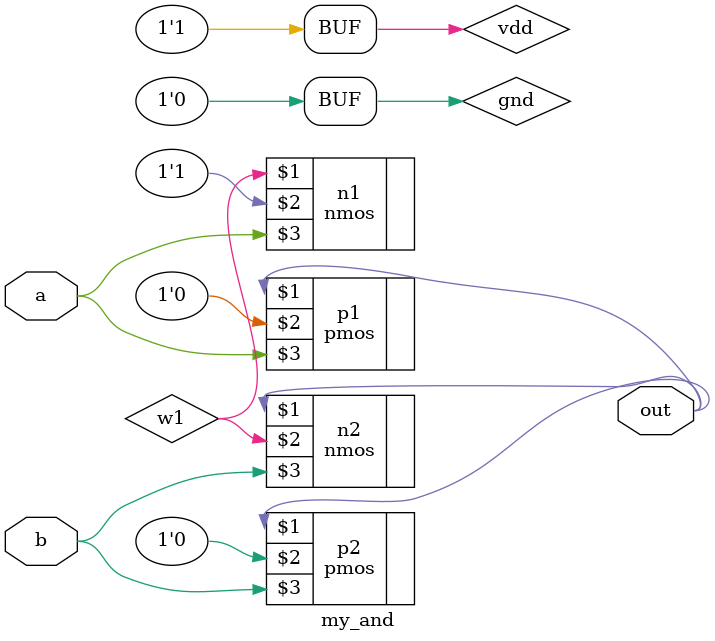
<source format=v>
module my_and (input a, input b, output out);
	supply1 vdd;
	supply0 gnd;
	wire w1;
	pmos p1 (out, gnd, a);
	pmos p2 (out, gnd, b);
	nmos n1 (w1, vdd, a);
	nmos n2 (out, w1, b);
endmodule 
</source>
